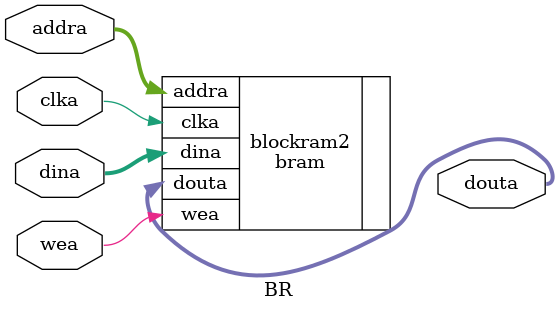
<source format=v>
`timescale 1ns / 1ps
module SME(output o);
(* S = "TRUE" *)
wire x,y;
NOT not1(x,y);
NOT not2(y,x);
assign o = x;

endmodule


module SR_NOR(input S,R, output Q,Qn);

NOR nor1(R,Qn,Q);
NOR nor2(S,Q,Qn);

endmodule



module SR_NAND(input S,R, output Q,Qn);

NAND nand1(S,Qn,Q);
NAND nand2(R,Q,Qn);

endmodule

module SR_CONT(input S,R,E, output Q,Qn);
wire w1,w2;

NAND nand1(S,E,w1);
NAND nand2(R,E,w2);
NAND nand3(w1,Qn,Q);
NAND nand4(w2,Q,Qn);

endmodule

module D_LATCH(input D,E, output Q,Qn);
wire w1,w2,w3;

NOT not1(D,w3);
NAND nand1(D,E,w1);
NAND nand2(w3,E,w2);
NAND nand3(w1,Qn,Q);
NAND nand4(w2,Q,Qn);

endmodule

module MS_D_FF(input D,CLK, output Q,Qn);
wire w1,w2;

NOT not1(CLK,w2);
D_LATCH d_ff1(D,CLK,w1,);
D_LATCH d_ff2(w1,w2,Q,Qn);

endmodule

module ET_D_FF(input D,CLK, output Q,Qn);
wire s,r;
wire w1,w2,w3;

SR_NAND sr1(w1,CLK,,s);

AND and1(s,CLK,w2);
NAND nand1(w2,w1,r);
NAND nand2(r,D,w1);

SR_NAND sr3(s,r,Q,Qn);

endmodule


module D_FF_LS(input D,CLK, output Q,Qn);
reg FF;
assign Q = FF;

always @(posedge CLK)
begin 
	FF <= D;
end
NOT not1(Q,Qn);

endmodule




module REG_8BIT(SW,BTN,CLR,LED);
input  [7:0] SW;
input BTN,CLR;
output reg [7:0] LED;

always @(posedge BTN or posedge CLR)
begin 
	if(CLR)
	LED <= 0;
	else if(BTN)
	LED <= SW;
end

endmodule




module BR(clka,wea,addra,dina, douta);
input [3:0] addra;
input clka,wea;
input [7:0] dina;
output [7:0] douta;

bram blockram2(
  .clka(clka), // input clka
  .wea(wea), // input [0 : 0] wea
  .addra(addra), // input [3 : 0] addra
  .dina(dina), // input [7 : 0] dina
  .douta(douta) // output [7 : 0] douta
);





endmodule


</source>
